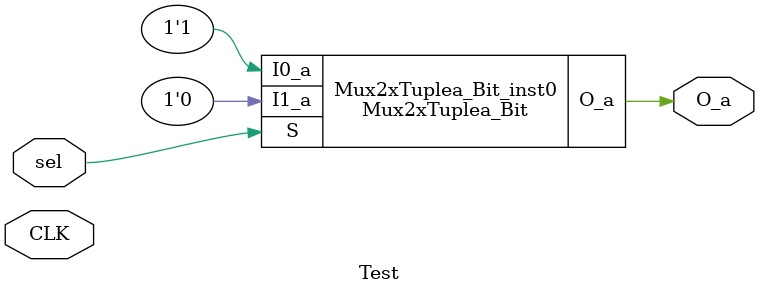
<source format=v>
module Mux2xTuplea_Bit (
    input I0_a,
    input I1_a,
    output O_a,
    input S
);
reg [0:0] mux_out;
always @(*) begin
if (S == 0) begin
    mux_out = I0_a;
end else begin
    mux_out = I1_a;
end
end

assign O_a = mux_out[0];
endmodule

module Test (
    input CLK,
    output O_a,
    input sel
);
Mux2xTuplea_Bit Mux2xTuplea_Bit_inst0 (
    .I0_a(1'b1),
    .I1_a(1'b0),
    .O_a(O_a),
    .S(sel)
);
endmodule


</source>
